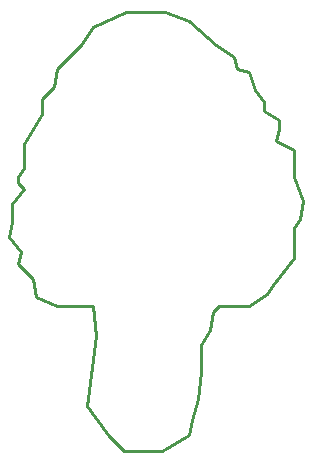
<source format=gbr>
G04 EAGLE Gerber RS-274X export*
G75*
%MOMM*%
%FSLAX34Y34*%
%LPD*%
%IN*%
%IPPOS*%
%AMOC8*
5,1,8,0,0,1.08239X$1,22.5*%
G01*
%ADD10C,0.254000*%


D10*
X-66040Y187960D02*
X-55880Y175260D01*
X-58420Y165100D01*
X-45720Y152400D01*
X-43180Y137160D01*
X-25400Y129540D01*
X5080Y129540D01*
X7620Y104140D01*
X0Y44450D01*
X19050Y19050D01*
X31750Y6350D01*
X63500Y6350D01*
X86360Y20320D01*
X88900Y33020D01*
X93980Y50800D01*
X96520Y73660D01*
X96520Y96520D01*
X104140Y109220D01*
X106680Y124460D01*
X111760Y129540D01*
X137160Y129540D01*
X152400Y139700D01*
X157480Y147320D01*
X175260Y170180D01*
X175260Y195580D01*
X180340Y203200D01*
X182880Y218440D01*
X175260Y238760D01*
X175260Y261620D01*
X160020Y269240D01*
X162560Y279400D01*
X162560Y287020D01*
X149860Y294640D01*
X149860Y302260D01*
X142240Y312420D01*
X137160Y327660D01*
X127000Y330200D01*
X124460Y340360D01*
X109220Y350520D01*
X86360Y370840D01*
X66040Y378460D01*
X33020Y378460D01*
X5080Y365760D01*
X-5080Y350520D01*
X-25400Y330200D01*
X-27940Y314960D01*
X-38100Y304800D01*
X-38100Y292100D01*
X-53340Y266700D01*
X-53340Y246380D01*
X-58420Y238760D01*
X-58420Y233680D01*
X-53340Y228600D01*
X-63500Y215900D01*
X-63500Y200660D01*
X-66040Y187960D01*
M02*

</source>
